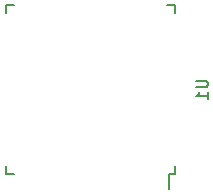
<source format=gbr>
G04 #@! TF.GenerationSoftware,KiCad,Pcbnew,7.0.5-0*
G04 #@! TF.CreationDate,2023-07-14T12:22:50+10:00*
G04 #@! TF.ProjectId,KeyboardControllerM102,4b657962-6f61-4726-9443-6f6e74726f6c,v01*
G04 #@! TF.SameCoordinates,Original*
G04 #@! TF.FileFunction,Legend,Bot*
G04 #@! TF.FilePolarity,Positive*
%FSLAX46Y46*%
G04 Gerber Fmt 4.6, Leading zero omitted, Abs format (unit mm)*
G04 Created by KiCad (PCBNEW 7.0.5-0) date 2023-07-14 12:22:50*
%MOMM*%
%LPD*%
G01*
G04 APERTURE LIST*
%ADD10C,0.150000*%
G04 APERTURE END LIST*
D10*
G04 #@! TO.C,U1*
X114996819Y-37256095D02*
X115806342Y-37256095D01*
X115806342Y-37256095D02*
X115901580Y-37303714D01*
X115901580Y-37303714D02*
X115949200Y-37351333D01*
X115949200Y-37351333D02*
X115996819Y-37446571D01*
X115996819Y-37446571D02*
X115996819Y-37637047D01*
X115996819Y-37637047D02*
X115949200Y-37732285D01*
X115949200Y-37732285D02*
X115901580Y-37779904D01*
X115901580Y-37779904D02*
X115806342Y-37827523D01*
X115806342Y-37827523D02*
X114996819Y-37827523D01*
X115996819Y-38827523D02*
X115996819Y-38256095D01*
X115996819Y-38541809D02*
X114996819Y-38541809D01*
X114996819Y-38541809D02*
X115139676Y-38446571D01*
X115139676Y-38446571D02*
X115234914Y-38351333D01*
X115234914Y-38351333D02*
X115282533Y-38256095D01*
X113267000Y-30843000D02*
X112592000Y-30843000D01*
X113267000Y-30843000D02*
X113267000Y-31518000D01*
X98917000Y-30843000D02*
X99592000Y-30843000D01*
X98917000Y-30843000D02*
X98917000Y-31518000D01*
X113267000Y-45193000D02*
X113267000Y-44518000D01*
X113267000Y-45193000D02*
X112692000Y-45193000D01*
X112692000Y-45193000D02*
X112692000Y-46468000D01*
X98917000Y-45193000D02*
X98917000Y-44518000D01*
X98917000Y-45193000D02*
X99592000Y-45193000D01*
G04 #@! TD*
M02*

</source>
